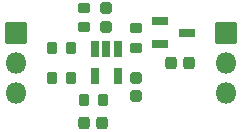
<source format=gbr>
%TF.GenerationSoftware,KiCad,Pcbnew,7.0.9*%
%TF.CreationDate,2024-01-09T19:27:13+00:00*%
%TF.ProjectId,OPA990 Breakout,4f504139-3930-4204-9272-65616b6f7574,V24.01.0.1*%
%TF.SameCoordinates,PX8c7ecc0PY5c0c740*%
%TF.FileFunction,Soldermask,Top*%
%TF.FilePolarity,Negative*%
%FSLAX46Y46*%
G04 Gerber Fmt 4.6, Leading zero omitted, Abs format (unit mm)*
G04 Created by KiCad (PCBNEW 7.0.9) date 2024-01-09 19:27:13*
%MOMM*%
%LPD*%
G01*
G04 APERTURE LIST*
G04 Aperture macros list*
%AMRoundRect*
0 Rectangle with rounded corners*
0 $1 Rounding radius*
0 $2 $3 $4 $5 $6 $7 $8 $9 X,Y pos of 4 corners*
0 Add a 4 corners polygon primitive as box body*
4,1,4,$2,$3,$4,$5,$6,$7,$8,$9,$2,$3,0*
0 Add four circle primitives for the rounded corners*
1,1,$1+$1,$2,$3*
1,1,$1+$1,$4,$5*
1,1,$1+$1,$6,$7*
1,1,$1+$1,$8,$9*
0 Add four rect primitives between the rounded corners*
20,1,$1+$1,$2,$3,$4,$5,0*
20,1,$1+$1,$4,$5,$6,$7,0*
20,1,$1+$1,$6,$7,$8,$9,0*
20,1,$1+$1,$8,$9,$2,$3,0*%
G04 Aperture macros list end*
%ADD10RoundRect,0.250000X-0.275000X0.200000X-0.275000X-0.200000X0.275000X-0.200000X0.275000X0.200000X0*%
%ADD11RoundRect,0.275000X0.250000X-0.225000X0.250000X0.225000X-0.250000X0.225000X-0.250000X-0.225000X0*%
%ADD12RoundRect,0.250000X0.200000X0.275000X-0.200000X0.275000X-0.200000X-0.275000X0.200000X-0.275000X0*%
%ADD13RoundRect,0.250000X-0.200000X-0.275000X0.200000X-0.275000X0.200000X0.275000X-0.200000X0.275000X0*%
%ADD14RoundRect,0.275000X0.225000X0.250000X-0.225000X0.250000X-0.225000X-0.250000X0.225000X-0.250000X0*%
%ADD15RoundRect,0.275000X-0.225000X-0.250000X0.225000X-0.250000X0.225000X0.250000X-0.225000X0.250000X0*%
%ADD16RoundRect,0.200000X-0.512500X-0.150000X0.512500X-0.150000X0.512500X0.150000X-0.512500X0.150000X0*%
%ADD17RoundRect,0.200000X-0.150000X0.512500X-0.150000X-0.512500X0.150000X-0.512500X0.150000X0.512500X0*%
%ADD18O,1.800000X1.800000*%
%ADD19RoundRect,0.050000X0.850000X0.850000X-0.850000X0.850000X-0.850000X-0.850000X0.850000X-0.850000X0*%
G04 APERTURE END LIST*
D10*
%TO.C,R1*%
X-1905000Y2985000D03*
X-1905000Y4635000D03*
%TD*%
D11*
%TO.C,C1*%
X2540000Y-1270000D03*
X2540000Y-2820000D03*
%TD*%
D12*
%TO.C,R2*%
X-4635000Y1270000D03*
X-2985000Y1270000D03*
%TD*%
D13*
%TO.C,R5*%
X-255000Y-3175000D03*
X-1905000Y-3175000D03*
%TD*%
D14*
%TO.C,C2*%
X5435000Y0D03*
X6985000Y0D03*
%TD*%
D10*
%TO.C,R3*%
X2540000Y1270000D03*
X2540000Y2920000D03*
%TD*%
D13*
%TO.C,R4*%
X-2985000Y-1270000D03*
X-4635000Y-1270000D03*
%TD*%
D15*
%TO.C,C4*%
X-355000Y-5080000D03*
X-1905000Y-5080000D03*
%TD*%
D16*
%TO.C,D1*%
X6852500Y2540000D03*
X4577500Y1590000D03*
X4577500Y3490000D03*
%TD*%
D17*
%TO.C,U1*%
X950000Y-1137500D03*
X-950000Y-1137500D03*
X-950000Y1137500D03*
X0Y1137500D03*
X950000Y1137500D03*
%TD*%
D11*
%TO.C,C3*%
X0Y4585000D03*
X0Y3035000D03*
%TD*%
D18*
%TO.C,J1*%
X-7620000Y-2540000D03*
X-7620000Y0D03*
D19*
X-7620000Y2540000D03*
%TD*%
D18*
%TO.C,J2*%
X10160000Y-2540000D03*
X10160000Y0D03*
D19*
X10160000Y2540000D03*
%TD*%
M02*

</source>
